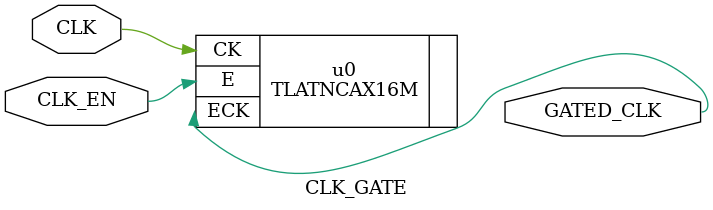
<source format=v>


module CLK_GATE (
input      CLK_EN,
input      CLK,
output     GATED_CLK
);


//internal connections
//reg     Latch_Out ;

 TLATNCAX16M u0(
		.E(CLK_EN),
		.CK(CLK),
		.ECK(GATED_CLK)		
		);

//latch (Level Sensitive Device)
//always @(CLK or CLK_EN)
// begin
//  if(!CLK)      // active low
//   begin
//    Latch_Out <= CLK_EN ;
//   end
// end
 
 
// ANDING
//assign  GATED_CLK = CLK && Latch_Out ;




endmodule

</source>
